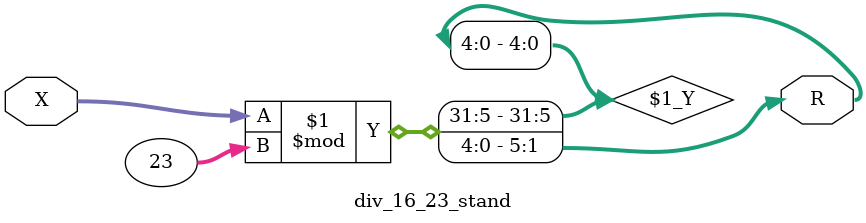
<source format=v>
module div_16_23_stand( X, R);//, R);


input  [16:1] X;
//output [12:1] Q; 
output [5:1] R;

//assign Q = X / 23;

assign R = X % 23;


endmodule

</source>
